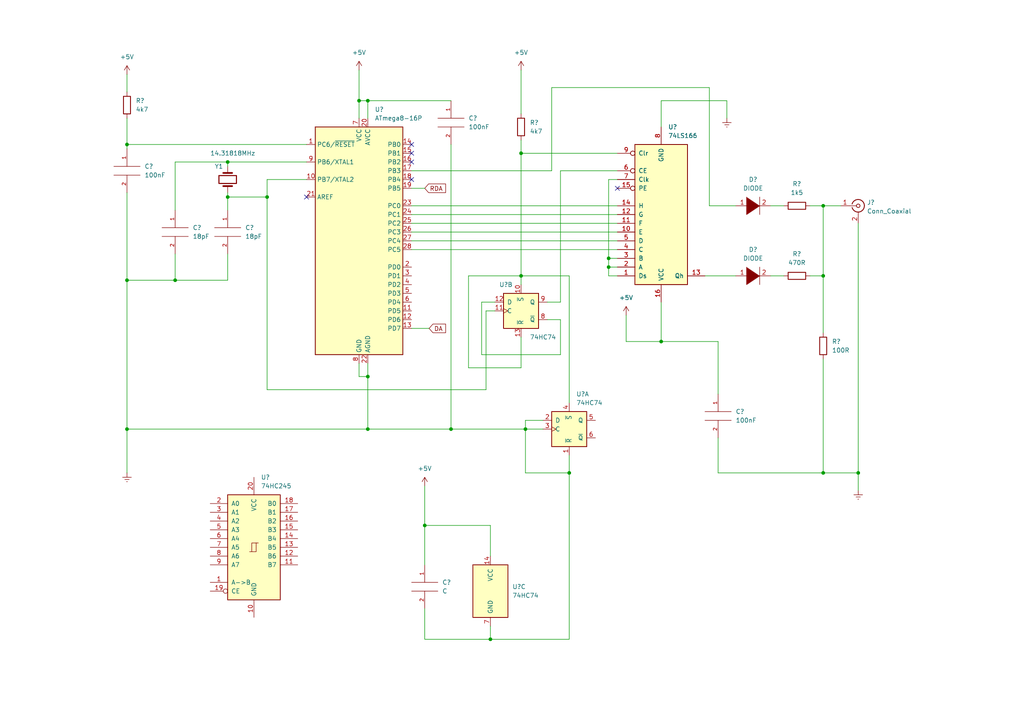
<source format=kicad_sch>
(kicad_sch (version 20211123) (generator eeschema)
  (paper "A4")
  (title_block (title "HMC56") (rev "B") (company "Open Software") (comment 1 "Retro computer HMC56 using R6502") (comment 2 "Paulo da Silva (pdsilva)") (comment 3 "ppsilv gmail com"))
  (lib_symbols
    (symbol "74xx:74HC245" (pin_names (offset 1.016))
      (property "Reference" "U" (at -7.62 16.51 0))
      (property "Value" "74HC245" (at -7.62 -16.51 0))
      (symbol "74HC245_1_0"
        (polyline (pts (xy -0.635 -1.27) (xy -0.635 1.27) (xy 0.635 1.27)))
        (polyline (pts (xy -1.27 -1.27) (xy 0.635 -1.27) (xy 0.635 1.27) (xy 1.27 1.27)))
        (pin input line (at -12.7 -10.16 0) (length 5.08) (name "A->B") (number "1"))
        (pin power_in line (at 0 -20.32 90) (length 5.08) (name "GND") (number "10"))
        (pin tri_state line (at 12.7 -5.08 180) (length 5.08) (name "B7") (number "11"))
        (pin tri_state line (at 12.7 -2.54 180) (length 5.08) (name "B6") (number "12"))
        (pin tri_state line (at 12.7 0 180) (length 5.08) (name "B5") (number "13"))
        (pin tri_state line (at 12.7 2.54 180) (length 5.08) (name "B4") (number "14"))
        (pin tri_state line (at 12.7 5.08 180) (length 5.08) (name "B3") (number "15"))
        (pin tri_state line (at 12.7 7.62 180) (length 5.08) (name "B2") (number "16"))
        (pin tri_state line (at 12.7 10.16 180) (length 5.08) (name "B1") (number "17"))
        (pin tri_state line (at 12.7 12.7 180) (length 5.08) (name "B0") (number "18"))
        (pin input inverted (at -12.7 -12.7 0) (length 5.08) (name "CE") (number "19"))
        (pin tri_state line (at -12.7 12.7 0) (length 5.08) (name "A0") (number "2"))
        (pin power_in line (at 0 20.32 270) (length 5.08) (name "VCC") (number "20"))
        (pin tri_state line (at -12.7 10.16 0) (length 5.08) (name "A1") (number "3"))
        (pin tri_state line (at -12.7 7.62 0) (length 5.08) (name "A2") (number "4"))
        (pin tri_state line (at -12.7 5.08 0) (length 5.08) (name "A3") (number "5"))
        (pin tri_state line (at -12.7 2.54 0) (length 5.08) (name "A4") (number "6"))
        (pin tri_state line (at -12.7 0 0) (length 5.08) (name "A5") (number "7"))
        (pin tri_state line (at -12.7 -2.54 0) (length 5.08) (name "A6") (number "8"))
        (pin tri_state line (at -12.7 -5.08 0) (length 5.08) (name "A7") (number "9"))
      )
      (symbol "74HC245_1_1"
        (rectangle (start -7.62 15.24) (end 7.62 -15.24) (stroke (width 0.254)) (fill (type background)))
      )
    )
    (symbol "74xx:74HC74" (pin_names (offset 1.016))
      (property "Reference" "U" (at -7.62 8.89 0))
      (property "Value" "74HC74" (at -7.62 -8.89 0))
      (symbol "74HC74_1_0"
        (pin input line (at 0 -7.62 90) (length 2.54) (name "~{R}") (number "1"))
        (pin input line (at -7.62 2.54 0) (length 2.54) (name "D") (number "2"))
        (pin input clock (at -7.62 0 0) (length 2.54) (name "C") (number "3"))
        (pin input line (at 0 7.62 270) (length 2.54) (name "~{S}") (number "4"))
        (pin output line (at 7.62 2.54 180) (length 2.54) (name "Q") (number "5"))
        (pin output line (at 7.62 -2.54 180) (length 2.54) (name "~{Q}") (number "6"))
      )
      (symbol "74HC74_1_1"
        (rectangle (start -5.08 5.08) (end 5.08 -5.08) (stroke (width 0.254)) (fill (type background)))
      )
      (symbol "74HC74_2_0"
        (pin input line (at 0 7.62 270) (length 2.54) (name "~{S}") (number "10"))
        (pin input clock (at -7.62 0 0) (length 2.54) (name "C") (number "11"))
        (pin input line (at -7.62 2.54 0) (length 2.54) (name "D") (number "12"))
        (pin input line (at 0 -7.62 90) (length 2.54) (name "~{R}") (number "13"))
        (pin output line (at 7.62 -2.54 180) (length 2.54) (name "~{Q}") (number "8"))
        (pin output line (at 7.62 2.54 180) (length 2.54) (name "Q") (number "9"))
      )
      (symbol "74HC74_2_1"
        (rectangle (start -5.08 5.08) (end 5.08 -5.08) (stroke (width 0.254)) (fill (type background)))
      )
      (symbol "74HC74_3_0"
        (pin power_in line (at 0 10.16 270) (length 2.54) (name "VCC") (number "14"))
        (pin power_in line (at 0 -10.16 90) (length 2.54) (name "GND") (number "7"))
      )
      (symbol "74HC74_3_1"
        (rectangle (start -5.08 7.62) (end 5.08 -7.62) (stroke (width 0.254)) (fill (type background)))
      )
    )
    (symbol "74xx:74LS166" (pin_names (offset 1.016))
      (property "Reference" "U" (at -7.62 21.59 0))
      (property "Value" "74LS166" (at -7.62 -21.59 0))
      (symbol "74LS166_1_0"
        (pin input line (at -12.7 17.78 0) (length 5.08) (name "Ds") (number "1"))
        (pin input line (at -12.7 5.08 0) (length 5.08) (name "E") (number "10"))
        (pin input line (at -12.7 2.54 0) (length 5.08) (name "F") (number "11"))
        (pin input line (at -12.7 0 0) (length 5.08) (name "G") (number "12"))
        (pin output line (at 12.7 17.78 180) (length 5.08) (name "Qh") (number "13"))
        (pin input line (at -12.7 -2.54 0) (length 5.08) (name "H") (number "14"))
        (pin input inverted (at -12.7 -7.62 0) (length 5.08) (name "PE") (number "15"))
        (pin power_in line (at 0 25.4 270) (length 5.08) (name "VCC") (number "16"))
        (pin input line (at -12.7 15.24 0) (length 5.08) (name "A") (number "2"))
        (pin input line (at -12.7 12.7 0) (length 5.08) (name "B") (number "3"))
        (pin input line (at -12.7 10.16 0) (length 5.08) (name "C") (number "4"))
        (pin input line (at -12.7 7.62 0) (length 5.08) (name "D") (number "5"))
        (pin input inverted (at -12.7 -12.7 0) (length 5.08) (name "CE") (number "6"))
        (pin input line (at -12.7 -10.16 0) (length 5.08) (name "Clk") (number "7"))
        (pin power_in line (at 0 -25.4 90) (length 5.08) (name "GND") (number "8"))
        (pin input inverted (at -12.7 -17.78 0) (length 5.08) (name "Clr") (number "9"))
      )
      (symbol "74LS166_1_1"
        (rectangle (start -7.62 20.32) (end 7.62 -20.32) (stroke (width 0.254)) (fill (type background)))
      )
    )
    (symbol "Connector:Conn_Coaxial" (pin_names (offset 1.016) hide)
      (property "Reference" "J" (at 0.254 3.048 0))
      (property "Value" "Conn_Coaxial" (at 2.921 0 90))
      (symbol "Conn_Coaxial_0_1"
        (arc (start -1.778 -0.508) (mid 0.222 -1.808) (end 1.778 0) (stroke (width 0.254)))
        (polyline (pts (xy -2.54 0) (xy -0.508 0)))
        (polyline (pts (xy 0 -2.54) (xy 0 -1.778)))
        (circle (center 0 0) (radius 0.508) (stroke (width 0.2032)))
        (arc (start 1.778 0) (mid 0.222 1.8083) (end -1.778 0.508) (stroke (width 0.254)))
      )
      (symbol "Conn_Coaxial_1_1"
        (pin passive line (at -5.08 0 0) (length 2.54) (name "In") (number "1"))
        (pin passive line (at 0 -5.08 90) (length 2.54) (name "Ext") (number "2"))
      )
    )
    (symbol "Device:Crystal" (pin_numbers hide) (pin_names (offset 1.016) hide)
      (property "Reference" "Y" (at 0 3.81 0))
      (property "Value" "Crystal" (at 0 -3.81 0))
      (symbol "Crystal_0_1"
        (rectangle (start -1.143 2.54) (end 1.143 -2.54) (stroke (width 0.3048)))
        (polyline (pts (xy -2.54 0) (xy -1.905 0)))
        (polyline (pts (xy -1.905 -1.27) (xy -1.905 1.27)) (stroke (width 0.508)))
        (polyline (pts (xy 1.905 -1.27) (xy 1.905 1.27)) (stroke (width 0.508)))
        (polyline (pts (xy 2.54 0) (xy 1.905 0)))
      )
      (symbol "Crystal_1_1"
        (pin passive line (at -3.81 0 0) (length 1.27) (name "1") (number "1"))
        (pin passive line (at 3.81 0 180) (length 1.27) (name "2") (number "2"))
      )
    )
    (symbol "Device:R" (pin_numbers hide) (pin_names (offset 0))
      (property "Reference" "R" (at 2.032 0 90))
      (property "Value" "R" (at 0 0 90))
      (symbol "R_0_1"
        (rectangle (start -1.016 -2.54) (end 1.016 2.54) (stroke (width 0.254)))
      )
      (symbol "R_1_1"
        (pin passive line (at 0 3.81 270) (length 1.27) (name "~") (number "1"))
        (pin passive line (at 0 -3.81 90) (length 1.27) (name "~") (number "2"))
      )
    )
    (symbol "MCU_Microchip_ATmega:ATmega8-16P"
      (property "Reference" "U" (at -12.7 34.29 0))
      (property "Value" "ATmega8-16P" (at 5.08 -34.29 0))
      (symbol "ATmega8-16P_0_1"
        (rectangle (start -12.7 -33.02) (end 12.7 33.02) (stroke (width 0.254)) (fill (type background)))
      )
      (symbol "ATmega8-16P_1_1"
        (pin bidirectional line (at -15.24 27.94 0) (length 2.54) (name "PC6/~{RESET}") (number "1"))
        (pin bidirectional line (at -15.24 17.78 0) (length 2.54) (name "PB7/XTAL2") (number "10"))
        (pin bidirectional line (at 15.24 -20.32 180) (length 2.54) (name "PD5") (number "11"))
        (pin bidirectional line (at 15.24 -22.86 180) (length 2.54) (name "PD6") (number "12"))
        (pin bidirectional line (at 15.24 -25.4 180) (length 2.54) (name "PD7") (number "13"))
        (pin bidirectional line (at 15.24 27.94 180) (length 2.54) (name "PB0") (number "14"))
        (pin bidirectional line (at 15.24 25.4 180) (length 2.54) (name "PB1") (number "15"))
        (pin bidirectional line (at 15.24 22.86 180) (length 2.54) (name "PB2") (number "16"))
        (pin bidirectional line (at 15.24 20.32 180) (length 2.54) (name "PB3") (number "17"))
        (pin bidirectional line (at 15.24 17.78 180) (length 2.54) (name "PB4") (number "18"))
        (pin bidirectional line (at 15.24 15.24 180) (length 2.54) (name "PB5") (number "19"))
        (pin bidirectional line (at 15.24 -7.62 180) (length 2.54) (name "PD0") (number "2"))
        (pin power_in line (at 2.54 35.56 270) (length 2.54) (name "AVCC") (number "20"))
        (pin passive line (at -15.24 12.7 0) (length 2.54) (name "AREF") (number "21"))
        (pin power_in line (at 2.54 -35.56 90) (length 2.54) (name "AGND") (number "22"))
        (pin bidirectional line (at 15.24 10.16 180) (length 2.54) (name "PC0") (number "23"))
        (pin bidirectional line (at 15.24 7.62 180) (length 2.54) (name "PC1") (number "24"))
        (pin bidirectional line (at 15.24 5.08 180) (length 2.54) (name "PC2") (number "25"))
        (pin bidirectional line (at 15.24 2.54 180) (length 2.54) (name "PC3") (number "26"))
        (pin bidirectional line (at 15.24 0 180) (length 2.54) (name "PC4") (number "27"))
        (pin bidirectional line (at 15.24 -2.54 180) (length 2.54) (name "PC5") (number "28"))
        (pin bidirectional line (at 15.24 -10.16 180) (length 2.54) (name "PD1") (number "3"))
        (pin bidirectional line (at 15.24 -12.7 180) (length 2.54) (name "PD2") (number "4"))
        (pin bidirectional line (at 15.24 -15.24 180) (length 2.54) (name "PD3") (number "5"))
        (pin bidirectional line (at 15.24 -17.78 180) (length 2.54) (name "PD4") (number "6"))
        (pin power_in line (at 0 35.56 270) (length 2.54) (name "VCC") (number "7"))
        (pin power_in line (at 0 -35.56 90) (length 2.54) (name "GND") (number "8"))
        (pin bidirectional line (at -15.24 22.86 0) (length 2.54) (name "PB6/XTAL1") (number "9"))
      )
    )
    (symbol "power:+5V" (power) (pin_names (offset 0))
      (property "Value" "+5V" (at 0 3.556 0))
      (symbol "+5V_0_1"
        (polyline (pts (xy -0.762 1.27) (xy 0 2.54)))
        (polyline (pts (xy 0 0) (xy 0 2.54)))
        (polyline (pts (xy 0 2.54) (xy 0.762 1.27)))
      )
      (symbol "+5V_1_1"
        (pin power_in line (at 0 0 90) (length 0) hide (name "+5V") (number "1"))
      )
    )
    (symbol "power:GNDREF" (power) (pin_names (offset 0))
      (property "Value" "GNDREF" (at 0 -3.81 0))
      (symbol "GNDREF_0_1"
        (polyline (pts (xy -0.635 -1.905) (xy 0.635 -1.905)))
        (polyline (pts (xy -0.127 -2.54) (xy 0.127 -2.54)))
        (polyline (pts (xy 0 -1.27) (xy 0 0)))
        (polyline (pts (xy 1.27 -1.27) (xy -1.27 -1.27)))
      )
      (symbol "GNDREF_1_1"
        (pin power_in line (at 0 0 270) (length 0) hide (name "GNDREF") (number "1"))
      )
    )
    (symbol "pspice:C" (pin_names (offset 0.254))
      (property "Reference" "C" (at 2.54 3.81 90))
      (property "Value" "C" (at 2.54 -3.81 90))
      (symbol "C_0_1"
        (polyline (pts (xy -3.81 -1.27) (xy 3.81 -1.27)))
        (polyline (pts (xy -3.81 1.27) (xy 3.81 1.27)))
      )
      (symbol "C_1_1"
        (pin passive line (at 0 6.35 270) (length 5.08) (name "~") (number "1"))
        (pin passive line (at 0 -6.35 90) (length 5.08) (name "~") (number "2"))
      )
    )
    (symbol "pspice:DIODE" (pin_names (offset 1.016) hide)
      (property "Reference" "D" (at 0 3.81 0))
      (property "Value" "DIODE" (at 0 -4.445 0))
      (symbol "DIODE_0_1"
        (polyline (pts (xy 1.905 2.54) (xy 1.905 -2.54)))
        (polyline (pts (xy -1.905 2.54) (xy -1.905 -2.54) (xy 1.905 0)) (fill (type outline)))
      )
      (symbol "DIODE_1_1"
        (pin input line (at -5.08 0 0) (length 3.81) (name "K") (number "1"))
        (pin input line (at 5.08 0 180) (length 3.81) (name "A") (number "2"))
      )
    )
  )
  (junction (at 238.76 59.69))
  (junction (at 176.53 77.47))
  (junction (at 248.92 137.16))
  (junction (at 152.4 124.46))
  (junction (at 77.47 57.15))
  (junction (at 106.68 109.22))
  (junction (at 191.77 99.06))
  (junction (at 106.68 124.46))
  (junction (at 36.83 124.46))
  (junction (at 36.83 41.91))
  (junction (at 104.14 29.21))
  (junction (at 142.24 185.42))
  (junction (at 238.76 80.01))
  (junction (at 238.76 137.16))
  (junction (at 151.13 44.45))
  (junction (at 66.04 46.99))
  (junction (at 50.8 81.28))
  (junction (at 165.1 137.16))
  (junction (at 106.68 29.21))
  (junction (at 123.19 152.4))
  (junction (at 151.13 80.01))
  (junction (at 36.83 81.28))
  (junction (at 66.04 57.15))
  (junction (at 176.53 74.93))
  (junction (at 130.81 124.46))
  (no_connect (at 88.9 57.15))
  (no_connect (at 119.38 52.07))
  (no_connect (at 119.38 46.99))
  (no_connect (at 119.38 44.45))
  (no_connect (at 119.38 41.91))
  (no_connect (at 179.07 54.61))
  (wire (pts (xy 123.19 185.42) (xy 142.24 185.42)))
  (wire (pts (xy 165.1 80.01) (xy 151.13 80.01)))
  (wire (pts (xy 123.19 152.4) (xy 123.19 163.83)))
  (wire (pts (xy 66.04 46.99) (xy 66.04 48.26)))
  (wire (pts (xy 176.53 74.93) (xy 176.53 77.47)))
  (wire (pts (xy 36.83 41.91) (xy 36.83 43.18)))
  (wire (pts (xy 142.24 152.4) (xy 123.19 152.4)))
  (wire (pts (xy 152.4 124.46) (xy 152.4 121.92)))
  (wire (pts (xy 208.28 137.16) (xy 238.76 137.16)))
  (wire (pts (xy 50.8 81.28) (xy 36.83 81.28)))
  (wire (pts (xy 50.8 73.66) (xy 50.8 81.28)))
  (wire (pts (xy 238.76 59.69) (xy 243.84 59.69)))
  (wire (pts (xy 191.77 36.83) (xy 191.77 29.21)))
  (wire (pts (xy 77.47 57.15) (xy 77.47 52.07)))
  (wire (pts (xy 162.56 102.87) (xy 162.56 92.71)))
  (wire (pts (xy 165.1 137.16) (xy 152.4 137.16)))
  (wire (pts (xy 176.53 77.47) (xy 179.07 77.47)))
  (wire (pts (xy 151.13 106.68) (xy 151.13 97.79)))
  (wire (pts (xy 104.14 105.41) (xy 104.14 109.22)))
  (wire (pts (xy 36.83 21.59) (xy 36.83 26.67)))
  (wire (pts (xy 234.95 59.69) (xy 238.76 59.69)))
  (wire (pts (xy 208.28 114.3) (xy 208.28 99.06)))
  (wire (pts (xy 119.38 69.85) (xy 179.07 69.85)))
  (wire (pts (xy 142.24 185.42) (xy 142.24 181.61)))
  (wire (pts (xy 106.68 29.21) (xy 104.14 29.21)))
  (wire (pts (xy 119.38 62.23) (xy 179.07 62.23)))
  (wire (pts (xy 66.04 73.66) (xy 66.04 81.28)))
  (wire (pts (xy 176.53 74.93) (xy 179.07 74.93)))
  (wire (pts (xy 181.61 99.06) (xy 181.61 91.44)))
  (wire (pts (xy 36.83 124.46) (xy 106.68 124.46)))
  (wire (pts (xy 140.97 113.03) (xy 77.47 113.03)))
  (wire (pts (xy 66.04 81.28) (xy 50.8 81.28)))
  (wire (pts (xy 66.04 57.15) (xy 77.47 57.15)))
  (wire (pts (xy 248.92 137.16) (xy 248.92 142.24)))
  (wire (pts (xy 234.95 80.01) (xy 238.76 80.01)))
  (wire (pts (xy 66.04 46.99) (xy 50.8 46.99)))
  (wire (pts (xy 191.77 99.06) (xy 208.28 99.06)))
  (wire (pts (xy 106.68 29.21) (xy 130.81 29.21)))
  (wire (pts (xy 104.14 109.22) (xy 106.68 109.22)))
  (wire (pts (xy 151.13 44.45) (xy 151.13 80.01)))
  (wire (pts (xy 119.38 54.61) (xy 123.19 54.61)))
  (wire (pts (xy 88.9 46.99) (xy 66.04 46.99)))
  (wire (pts (xy 139.7 87.63) (xy 139.7 102.87)))
  (wire (pts (xy 191.77 29.21) (xy 210.82 29.21)))
  (wire (pts (xy 142.24 161.29) (xy 142.24 152.4)))
  (wire (pts (xy 238.76 137.16) (xy 248.92 137.16)))
  (wire (pts (xy 119.38 95.25) (xy 124.46 95.25)))
  (wire (pts (xy 77.47 52.07) (xy 88.9 52.07)))
  (wire (pts (xy 160.02 25.4) (xy 205.74 25.4)))
  (wire (pts (xy 238.76 80.01) (xy 238.76 59.69)))
  (wire (pts (xy 36.83 55.88) (xy 36.83 81.28)))
  (wire (pts (xy 162.56 87.63) (xy 162.56 49.53)))
  (wire (pts (xy 162.56 92.71) (xy 158.75 92.71)))
  (wire (pts (xy 143.51 90.17) (xy 140.97 90.17)))
  (wire (pts (xy 104.14 29.21) (xy 104.14 34.29)))
  (wire (pts (xy 238.76 104.14) (xy 238.76 137.16)))
  (wire (pts (xy 119.38 49.53) (xy 160.02 49.53)))
  (wire (pts (xy 238.76 80.01) (xy 238.76 96.52)))
  (wire (pts (xy 158.75 87.63) (xy 162.56 87.63)))
  (wire (pts (xy 152.4 121.92) (xy 157.48 121.92)))
  (wire (pts (xy 119.38 64.77) (xy 179.07 64.77)))
  (wire (pts (xy 106.68 124.46) (xy 130.81 124.46)))
  (wire (pts (xy 191.77 99.06) (xy 181.61 99.06)))
  (wire (pts (xy 123.19 176.53) (xy 123.19 185.42)))
  (wire (pts (xy 248.92 137.16) (xy 248.92 64.77)))
  (wire (pts (xy 165.1 80.01) (xy 165.1 116.84)))
  (wire (pts (xy 162.56 49.53) (xy 179.07 49.53)))
  (wire (pts (xy 205.74 25.4) (xy 205.74 59.69)))
  (wire (pts (xy 50.8 46.99) (xy 50.8 60.96)))
  (wire (pts (xy 139.7 102.87) (xy 162.56 102.87)))
  (wire (pts (xy 151.13 82.55) (xy 151.13 80.01)))
  (wire (pts (xy 176.53 77.47) (xy 176.53 80.01)))
  (wire (pts (xy 208.28 127) (xy 208.28 137.16)))
  (wire (pts (xy 119.38 72.39) (xy 179.07 72.39)))
  (wire (pts (xy 36.83 124.46) (xy 36.83 137.16)))
  (wire (pts (xy 191.77 87.63) (xy 191.77 99.06)))
  (wire (pts (xy 165.1 132.08) (xy 165.1 137.16)))
  (wire (pts (xy 123.19 140.97) (xy 123.19 152.4)))
  (wire (pts (xy 36.83 81.28) (xy 36.83 124.46)))
  (wire (pts (xy 151.13 80.01) (xy 135.89 80.01)))
  (wire (pts (xy 104.14 20.32) (xy 104.14 29.21)))
  (wire (pts (xy 77.47 113.03) (xy 77.47 57.15)))
  (wire (pts (xy 106.68 109.22) (xy 106.68 124.46)))
  (wire (pts (xy 223.52 59.69) (xy 227.33 59.69)))
  (wire (pts (xy 210.82 29.21) (xy 210.82 34.29)))
  (wire (pts (xy 204.47 80.01) (xy 213.36 80.01)))
  (wire (pts (xy 152.4 137.16) (xy 152.4 124.46)))
  (wire (pts (xy 140.97 90.17) (xy 140.97 113.03)))
  (wire (pts (xy 160.02 49.53) (xy 160.02 25.4)))
  (wire (pts (xy 36.83 41.91) (xy 88.9 41.91)))
  (wire (pts (xy 142.24 185.42) (xy 165.1 185.42)))
  (wire (pts (xy 130.81 124.46) (xy 152.4 124.46)))
  (wire (pts (xy 223.52 80.01) (xy 227.33 80.01)))
  (wire (pts (xy 119.38 67.31) (xy 179.07 67.31)))
  (wire (pts (xy 66.04 57.15) (xy 66.04 60.96)))
  (wire (pts (xy 106.68 34.29) (xy 106.68 29.21)))
  (wire (pts (xy 135.89 106.68) (xy 151.13 106.68)))
  (wire (pts (xy 176.53 80.01) (xy 179.07 80.01)))
  (wire (pts (xy 152.4 124.46) (xy 157.48 124.46)))
  (wire (pts (xy 106.68 105.41) (xy 106.68 109.22)))
  (wire (pts (xy 151.13 40.64) (xy 151.13 44.45)))
  (wire (pts (xy 151.13 20.32) (xy 151.13 33.02)))
  (wire (pts (xy 135.89 80.01) (xy 135.89 106.68)))
  (wire (pts (xy 119.38 59.69) (xy 179.07 59.69)))
  (wire (pts (xy 66.04 55.88) (xy 66.04 57.15)))
  (wire (pts (xy 205.74 59.69) (xy 213.36 59.69)))
  (wire (pts (xy 143.51 87.63) (xy 139.7 87.63)))
  (wire (pts (xy 165.1 185.42) (xy 165.1 137.16)))
  (wire (pts (xy 151.13 44.45) (xy 179.07 44.45)))
  (wire (pts (xy 36.83 34.29) (xy 36.83 41.91)))
  (wire (pts (xy 130.81 41.91) (xy 130.81 124.46)))
  (wire (pts (xy 176.53 52.07) (xy 179.07 52.07)))
  (wire (pts (xy 176.53 52.07) (xy 176.53 74.93)))
  (global_label "DA" (shape input) (at 124.46 95.25 0) (property "Intersheet References" "${INTERSHEET_REFS}" (effects hide)))
  (global_label "RDA" (shape input) (at 123.19 54.61 0) (property "Intersheet References" "${INTERSHEET_REFS}" (effects hide)))
  (symbol (lib_id "Device:R") (at 238.76 100.33 180) (unit 1)
    (property "Reference" "R?" (at 241.3 99.0599 0) (effects (justify right)))
    (property "Value" "100R" (at 241.3 101.5999 0) (effects (justify right)))
  )
  (symbol (lib_id "Device:R") (at 151.13 36.83 0) (unit 1)
    (property "Reference" "R?" (at 153.67 35.5599 0) (effects (justify left)))
    (property "Value" "4k7" (at 153.67 38.0999 0) (effects (justify left)))
  )
  (symbol (lib_id "74xx:74HC74") (at 142.24 171.45 0) (unit 3)
    (property "Reference" "U?" (at 148.59 170.1799 0) (effects (justify left)))
    (property "Value" "74HC74" (at 148.59 172.7199 0) (effects (justify left)))
    (property "Datasheet" "74xx/74hc_hct74.pdf" (effects hide))
  )
  (symbol (lib_id "Device:R") (at 231.14 59.69 90) (unit 1)
    (property "Reference" "R?" (at 231.14 53.34 90))
    (property "Value" "1k5" (at 231.14 55.88 90))
  )
  (symbol (lib_id "pspice:C") (at 123.19 170.18 0) (unit 1)
    (property "Reference" "C?" (at 128.27 168.9099 0) (effects (justify left)))
    (property "Value" "C" (at 128.27 171.4499 0) (effects (justify left)))
  )
  (symbol (lib_id "power:+5V") (at 181.61 91.44 0) (unit 1)
    (property "Reference" "#PWR?" (effects hide))
    (property "Value" "+5V" (at 181.61 86.36 0))
  )
  (symbol (lib_id "74xx:74HC74") (at 151.13 90.17 0) (unit 2)
    (property "Reference" "U?" (at 144.78 82.55 0) (effects (justify left)))
    (property "Value" "74HC74" (at 153.67 97.79 0) (effects (justify left)))
    (property "Datasheet" "74xx/74hc_hct74.pdf" (effects hide))
  )
  (symbol (lib_id "Device:R") (at 36.83 30.48 0) (unit 1)
    (property "Reference" "R?" (at 39.37 29.2099 0) (effects (justify left)))
    (property "Value" "4k7" (at 39.37 31.7499 0) (effects (justify left)))
  )
  (symbol (lib_id "power:+5V") (at 104.14 20.32 0) (unit 1)
    (property "Reference" "#PWR?" (effects hide))
    (property "Value" "+5V" (at 104.14 15.24 0))
  )
  (symbol (lib_id "pspice:C") (at 36.83 49.53 0) (unit 1)
    (property "Reference" "C?" (at 41.91 48.2599 0) (effects (justify left)))
    (property "Value" "100nF" (at 41.91 50.7999 0) (effects (justify left)))
  )
  (symbol (lib_id "74xx:74HC74") (at 165.1 124.46 0) (unit 1)
    (property "Reference" "U?" (at 167.1194 114.3 0) (effects (justify left)))
    (property "Value" "74HC74" (at 167.1194 116.84 0) (effects (justify left)))
    (property "Datasheet" "74xx/74hc_hct74.pdf" (effects hide))
  )
  (symbol (lib_id "pspice:DIODE") (at 218.44 59.69 0) (unit 1)
    (property "Reference" "D?" (at 218.44 52.07 0))
    (property "Value" "DIODE" (at 218.44 54.61 0))
  )
  (symbol (lib_id "power:+5V") (at 123.19 140.97 0) (unit 1)
    (property "Reference" "#PWR?" (effects hide))
    (property "Value" "+5V" (at 123.19 135.89 0))
  )
  (symbol (lib_id "power:GNDREF") (at 210.82 34.29 0) (unit 1)
    (property "Reference" "#PWR?" (effects hide))
    (property "Value" "GNDREF" (effects hide))
  )
  (symbol (lib_id "power:+5V") (at 151.13 20.32 0) (unit 1)
    (property "Reference" "#PWR?" (effects hide))
    (property "Value" "+5V" (at 151.13 15.24 0))
  )
  (symbol (lib_id "74xx:74HC245") (at 73.66 158.75 0) (unit 1)
    (property "Reference" "U?" (at 75.6794 138.43 0) (effects (justify left)))
    (property "Value" "74HC245" (at 75.6794 140.97 0) (effects (justify left)))
    (property "Datasheet" "http://www.ti.com/lit/gpn/sn74HC245" (effects hide))
  )
  (symbol (lib_id "Device:R") (at 231.14 80.01 90) (unit 1)
    (property "Reference" "R?" (at 231.14 73.66 90))
    (property "Value" "470R" (at 231.14 76.2 90))
  )
  (symbol (lib_id "power:GNDREF") (at 248.92 142.24 0) (unit 1)
    (property "Reference" "#PWR?" (effects hide))
    (property "Value" "GNDREF" (effects hide))
  )
  (symbol (lib_id "74xx:74LS166") (at 191.77 62.23 0) (mirror x) (unit 1)
    (property "Reference" "U?" (at 193.7894 36.83 0) (effects (justify left)))
    (property "Value" "74LS166" (at 193.7894 39.37 0) (effects (justify left)))
    (property "Datasheet" "http://www.ti.com/lit/gpn/sn74LS166" (effects hide))
  )
  (symbol (lib_id "pspice:C") (at 130.81 35.56 0) (unit 1)
    (property "Reference" "C?" (at 135.89 34.2899 0) (effects (justify left)))
    (property "Value" "100nF" (at 135.89 36.8299 0) (effects (justify left)))
  )
  (symbol (lib_id "Connector:Conn_Coaxial") (at 248.92 59.69 0) (unit 1)
    (property "Reference" "J?" (at 251.46 58.7131 0) (effects (justify left)))
    (property "Value" "Conn_Coaxial" (at 251.46 61.2531 0) (effects (justify left)))
    (property "Datasheet" " ~" (effects hide))
  )
  (symbol (lib_id "pspice:DIODE") (at 218.44 80.01 0) (unit 1)
    (property "Reference" "D?" (at 218.44 72.39 0))
    (property "Value" "DIODE" (at 218.44 74.93 0))
  )
  (symbol (lib_id "MCU_Microchip_ATmega:ATmega8-16P") (at 104.14 69.85 0) (unit 1)
    (property "Reference" "U?" (at 108.6994 31.75 0) (effects (justify left)))
    (property "Value" "ATmega8-16P" (at 108.6994 34.29 0) (effects (justify left)))
    (property "Footprint" "Package_DIP:DIP-28_W7.62mm" (effects hide))
    (property "Datasheet" "http://ww1.microchip.com/downloads/en/DeviceDoc/atmel-2486-8-bit-avr-microcontroller-atmega8_l_datasheet.pdf" (effects hide))
  )
  (symbol (lib_id "pspice:C") (at 66.04 67.31 0) (unit 1)
    (property "Reference" "C?" (at 71.12 66.0399 0) (effects (justify left)))
    (property "Value" "18pF" (at 71.12 68.5799 0) (effects (justify left)))
  )
  (symbol (lib_id "pspice:C") (at 50.8 67.31 0) (unit 1)
    (property "Reference" "C?" (at 55.88 66.0399 0) (effects (justify left)))
    (property "Value" "18pF" (at 55.88 68.5799 0) (effects (justify left)))
  )
  (symbol (lib_id "power:GNDREF") (at 36.83 137.16 0) (unit 1)
    (property "Reference" "#PWR?" (effects hide))
    (property "Value" "GNDREF" (effects hide))
  )
  (symbol (lib_id "Device:Crystal") (at 66.04 52.07 90) (unit 1)
    (property "Reference" "Y1" (at 62.23 48.26 90) (effects (justify right)))
    (property "Value" "14.31818MHz" (at 60.96 44.45 90) (effects (justify right)))
  )
  (symbol (lib_id "power:+5V") (at 36.83 21.59 0) (unit 1)
    (property "Reference" "#PWR?" (effects hide))
    (property "Value" "+5V" (at 36.83 16.51 0))
  )
  (symbol (lib_id "pspice:C") (at 208.28 120.65 0) (unit 1)
    (property "Reference" "C?" (at 213.36 119.3799 0) (effects (justify left)))
    (property "Value" "100nF" (at 213.36 121.9199 0) (effects (justify left)))
  )
)
</source>
